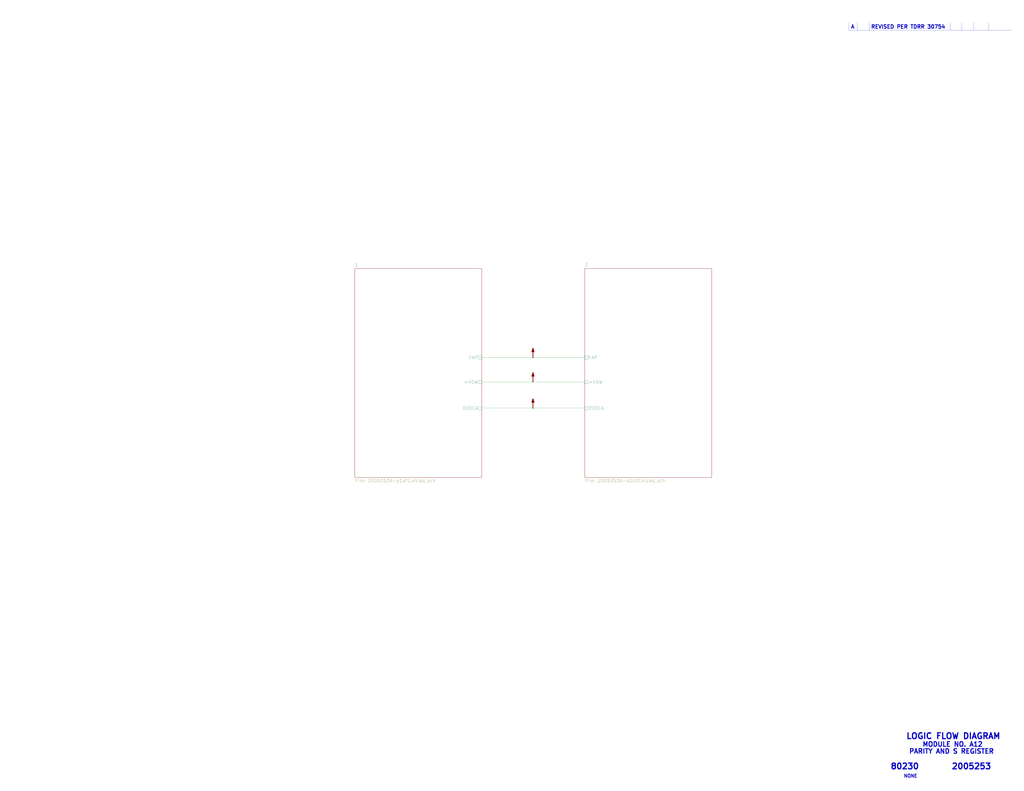
<source format=kicad_sch>
(kicad_sch (version 20211123) (generator eeschema)
  (paper "E")
  (lib_symbols
    (symbol "AGC_DSKY:PWR_FLAG" (power) (pin_numbers hide) (pin_names (offset 0) hide)
      (symbol "PWR_FLAG_0_0"
        (pin power_out line (at 0 0 90) (length 0) (name "pwr") (number "1"))
      )
      (symbol "PWR_FLAG_0_1"
        (polyline (pts (xy 0 0) (xy 0 10.16)) (stroke (width 0.762)))
        (polyline (pts (xy 0 10.16) (xy -1.27 6.35) (xy 1.27 6.35) (xy 0 10.16)) (stroke (width 0.762)) (fill (type outline)))
      )
    )
  )
  (junction (at 581.66 417.195))
  (junction (at 581.66 390.525))
  (junction (at 581.66 445.77))
  (polyline (pts (xy 1062.5074 33.02) (xy 1062.5074 24.765)) (stroke (width 0.1524) (type solid)))
  (wire (pts (xy 525.78 417.195) (xy 581.66 417.195)))
  (polyline (pts (xy 948.69 33.02) (xy 948.69 24.765)) (stroke (width 0.1524) (type solid)))
  (wire (pts (xy 581.66 390.525) (xy 638.175 390.525)))
  (wire (pts (xy 581.66 445.77) (xy 638.175 445.77)))
  (polyline (pts (xy 1049.8074 33.02) (xy 1049.8074 24.765)) (stroke (width 0.1524) (type solid)))
  (polyline (pts (xy 1104.9 33.02) (xy 926.1094 33.02)) (stroke (width 0.1524) (type solid)))
  (wire (pts (xy 525.78 390.525) (xy 581.66 390.525)))
  (polyline (pts (xy 935.7106 33.02) (xy 935.7106 24.765)) (stroke (width 0.1524) (type solid)))
  (polyline (pts (xy 1037.1074 33.02) (xy 1037.1074 24.765)) (stroke (width 0.1524) (type solid)))
  (wire (pts (xy 525.78 445.77) (xy 581.66 445.77)))
  (wire (pts (xy 581.66 417.195) (xy 638.175 417.195)))
  (polyline (pts (xy 926.1094 33.02) (xy 926.1094 24.765)) (stroke (width 0.1524) (type solid)))
  (polyline (pts (xy 1078.992 33.02) (xy 1078.992 24.765)) (stroke (width 0.1524) (type solid)))
  (text "LOGIC FLOW DIAGRAM" (at 988.695 807.72 0) (effects (font (size 6.35 6.35) (thickness 1.27) bold) (justify left bottom)))
  (text "MODULE NO. A12" (at 1006.475 815.975 0) (effects (font (size 5.08 5.08) (thickness 1.016) bold) (justify left bottom)))
  (text "PARITY AND S REGISTER" (at 991.87 823.595 0) (effects (font (size 5.08 5.08) (thickness 1.016) bold) (justify left bottom)))
  (text "80230" (at 971.55 840.74 0) (effects (font (size 6.35 6.35) (thickness 1.27) bold) (justify left bottom)))
  (text "A      REVISED PER TDRR 30754" (at 928.37 31.75 0) (effects (font (size 4.064 4.064) (thickness 0.8128) bold) (justify left bottom)))
  (text "NONE" (at 986.155 849.63 0) (effects (font (size 3.556 3.556) (thickness 0.7112) bold) (justify left bottom)))
  (text "2005253" (at 1038.225 840.74 0) (effects (font (size 6.35 6.35) (thickness 1.27) bold) (justify left bottom)))
  (symbol (lib_id "AGC_DSKY:PWR_FLAG") (at 581.66 445.77 0) (unit 1)
    (property "Reference" "#FLG0103" (effects hide))
    (property "Value" "PWR_FLAG" (effects hide))
  )
  (symbol (lib_id "AGC_DSKY:PWR_FLAG") (at 581.66 417.195 0) (unit 1)
    (property "Reference" "#FLG0102" (effects hide))
    (property "Value" "PWR_FLAG" (effects hide))
  )
  (symbol (lib_id "AGC_DSKY:PWR_FLAG") (at 581.66 390.525 0) (unit 1)
    (property "Reference" "#FLG0101" (effects hide))
    (property "Value" "PWR_FLAG" (effects hide))
  )
  (sheet (at 387.35 293.37) (size 138.43 227.965)
    (property "Sheet name" "1" (at 387.35 291.5154 0) (effects (font (size 3.556 3.556)) (justify left bottom)))
    (property "Sheet file" "2005253A-p1of2.kicad_sch" (at 387.35 522.834 0) (effects (font (size 3.556 3.556)) (justify left top)))
    (pin "0VDCA" passive (at 525.78 445.77 0) (effects (font (size 3.556 3.556))))
    (pin "+4SW" passive (at 525.78 417.195 0) (effects (font (size 3.556 3.556))))
    (pin "FAP" passive (at 525.78 390.525 0) (effects (font (size 3.556 3.556))))
  )
  (sheet (at 638.175 293.37) (size 138.43 227.965)
    (property "Sheet name" "2" (at 638.175 291.5154 0) (effects (font (size 3.556 3.556)) (justify left bottom)))
    (property "Sheet file" "2005253A-p2of2.kicad_sch" (at 638.175 522.834 0) (effects (font (size 3.556 3.556)) (justify left top)))
    (pin "0VDCA" passive (at 638.175 445.77 180) (effects (font (size 3.556 3.556))))
    (pin "+4SW" passive (at 638.175 417.195 180) (effects (font (size 3.556 3.556))))
    (pin "FAP" passive (at 638.175 390.525 180) (effects (font (size 3.556 3.556))))
  )
)
</source>
